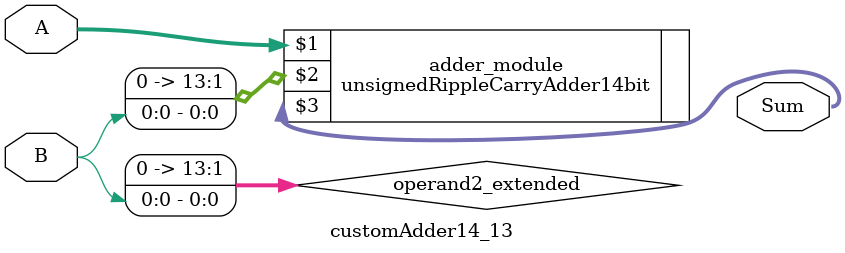
<source format=v>

module customAdder14_13(
                    input [13 : 0] A,
                    input [0 : 0] B,
                    
                    output [14 : 0] Sum
            );

    wire [13 : 0] operand2_extended;
    
    assign operand2_extended =  {13'b0, B};
    
    unsignedRippleCarryAdder14bit adder_module(
        A,
        operand2_extended,
        Sum
    );
    
endmodule
        
</source>
